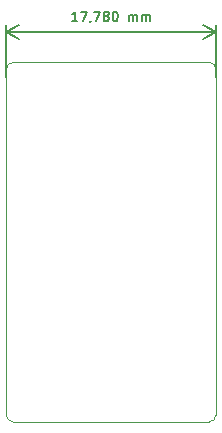
<source format=gbr>
%TF.GenerationSoftware,KiCad,Pcbnew,5.1.6+dfsg1-1~bpo10+1*%
%TF.CreationDate,Date%
%TF.ProjectId,ProMicro_QWIIC,50726f4d-6963-4726-9f5f-51574949432e,v1.0*%
%TF.SameCoordinates,Original*%
%TF.FileFunction,OtherDrawing,Comment*%
%FSLAX45Y45*%
G04 Gerber Fmt 4.5, Leading zero omitted, Abs format (unit mm)*
G04 Created by KiCad*
%MOMM*%
%LPD*%
G01*
G04 APERTURE LIST*
%TA.AperFunction,Profile*%
%ADD10C,0.100000*%
%TD*%
%ADD11C,0.200000*%
%ADD12C,0.150000*%
G04 APERTURE END LIST*
D10*
X1651000Y63500D02*
X1651000Y-2857500D01*
X-127000Y-2857500D02*
X-127000Y63500D01*
D11*
X476286Y474810D02*
X430571Y474810D01*
X453428Y474810D02*
X453428Y554810D01*
X445809Y543381D01*
X438190Y535762D01*
X430571Y531952D01*
X502952Y554810D02*
X556286Y554810D01*
X522000Y474810D01*
X590571Y478619D02*
X590571Y474810D01*
X586762Y467190D01*
X582952Y463381D01*
X617238Y554810D02*
X670571Y554810D01*
X636286Y474810D01*
X712476Y520524D02*
X704857Y524333D01*
X701048Y528143D01*
X697238Y535762D01*
X697238Y539572D01*
X701048Y547191D01*
X704857Y551000D01*
X712476Y554810D01*
X727714Y554810D01*
X735333Y551000D01*
X739143Y547191D01*
X742952Y539572D01*
X742952Y535762D01*
X739143Y528143D01*
X735333Y524333D01*
X727714Y520524D01*
X712476Y520524D01*
X704857Y516714D01*
X701048Y512905D01*
X697238Y505286D01*
X697238Y490048D01*
X701048Y482429D01*
X704857Y478619D01*
X712476Y474810D01*
X727714Y474810D01*
X735333Y478619D01*
X739143Y482429D01*
X742952Y490048D01*
X742952Y505286D01*
X739143Y512905D01*
X735333Y516714D01*
X727714Y520524D01*
X792476Y554810D02*
X800095Y554810D01*
X807714Y551000D01*
X811524Y547191D01*
X815333Y539572D01*
X819143Y524333D01*
X819143Y505286D01*
X815333Y490048D01*
X811524Y482429D01*
X807714Y478619D01*
X800095Y474810D01*
X792476Y474810D01*
X784857Y478619D01*
X781048Y482429D01*
X777238Y490048D01*
X773428Y505286D01*
X773428Y524333D01*
X777238Y539572D01*
X781048Y547191D01*
X784857Y551000D01*
X792476Y554810D01*
X914381Y474810D02*
X914381Y528143D01*
X914381Y520524D02*
X918190Y524333D01*
X925809Y528143D01*
X937238Y528143D01*
X944857Y524333D01*
X948667Y516714D01*
X948667Y474810D01*
X948667Y516714D02*
X952476Y524333D01*
X960095Y528143D01*
X971524Y528143D01*
X979143Y524333D01*
X982952Y516714D01*
X982952Y474810D01*
X1021048Y474810D02*
X1021048Y528143D01*
X1021048Y520524D02*
X1024857Y524333D01*
X1032476Y528143D01*
X1043905Y528143D01*
X1051524Y524333D01*
X1055333Y516714D01*
X1055333Y474810D01*
X1055333Y516714D02*
X1059143Y524333D01*
X1066762Y528143D01*
X1078190Y528143D01*
X1085810Y524333D01*
X1089619Y516714D01*
X1089619Y474810D01*
D12*
X-127000Y381000D02*
X1651000Y381000D01*
X-127000Y0D02*
X-127000Y439642D01*
X1651000Y0D02*
X1651000Y439642D01*
X1651000Y381000D02*
X1538350Y322358D01*
X1651000Y381000D02*
X1538350Y439642D01*
X-127000Y381000D02*
X-14350Y322358D01*
X-127000Y381000D02*
X-14350Y439642D01*
D10*
X-63500Y-2921000D02*
G75*
G02*
X-127000Y-2857500I0J63500D01*
G01*
X1651000Y-2857500D02*
G75*
G02*
X1587500Y-2921000I-63500J0D01*
G01*
X1587500Y127000D02*
G75*
G02*
X1651000Y63500I0J-63500D01*
G01*
X-127000Y63500D02*
G75*
G02*
X-63500Y127000I63500J0D01*
G01*
X1587500Y-2921000D02*
X-63500Y-2921000D01*
X-63500Y127000D02*
X1587500Y127000D01*
M02*

</source>
